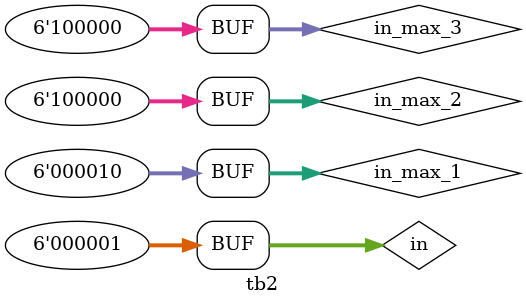
<source format=v>
module tb2;

reg [5:0] in;
reg [5:0] in_max_1;
reg [5:0] in_max_2;
reg [5:0] in_max_3;

wire [6-1:0] max_1;
wire [6-1:0] max_2;
wire [6-1:0] max_3;

Compare utt(
	.in(in),
	.in_max_1(in_max_1),
	.in_max_2(in_max_2),
	.in_max_3(in_max_3),
	.max_1(max_1),
	.max_2(max_2),
	.max_3(max_3)
);

initial begin

in = 6'b000001;
in_max_1 = 6'b000010;
in_max_2 = 6'b100000;
in_max_3 = 6'b100000;

end

endmodule
</source>
